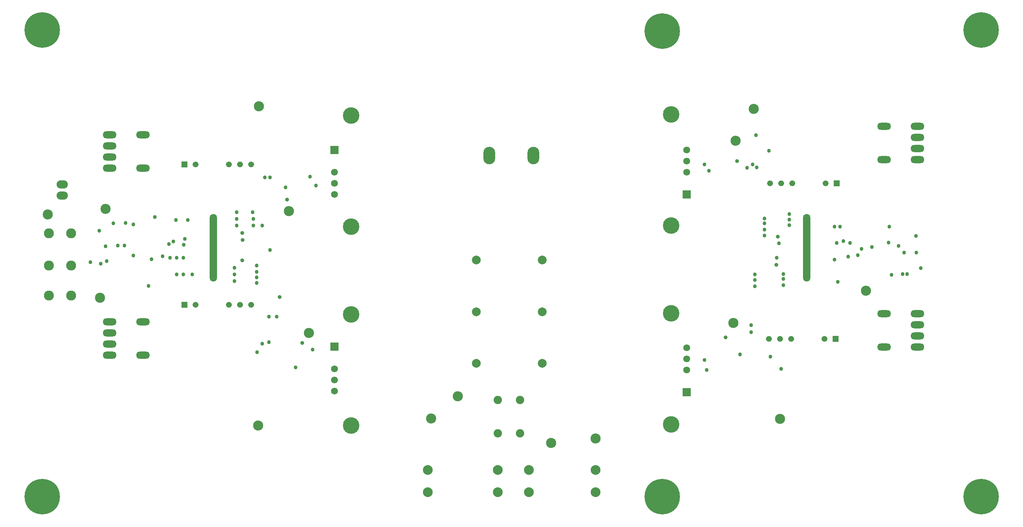
<source format=gbs>
G04*
G04 #@! TF.GenerationSoftware,Altium Limited,Altium Designer,21.1.1 (26)*
G04*
G04 Layer_Color=16711935*
%FSLAX25Y25*%
%MOIN*%
G70*
G04*
G04 #@! TF.SameCoordinates,3677F01D-BDC3-49B7-9324-C1A4C2B8551F*
G04*
G04*
G04 #@! TF.FilePolarity,Negative*
G04*
G01*
G75*
%ADD54O,0.12394X0.06394*%
%ADD57C,0.09094*%
%ADD58C,0.31890*%
%ADD59C,0.14905*%
%ADD60C,0.08957*%
%ADD61C,0.07480*%
%ADD62O,0.10630X0.15748*%
%ADD63C,0.07874*%
%ADD64C,0.05236*%
%ADD65R,0.05236X0.05236*%
%ADD66C,0.08839*%
%ADD67O,0.10236X0.07284*%
%ADD68O,0.06500X0.61000*%
%ADD69C,0.03394*%
%ADD70C,0.03594*%
%ADD87C,0.06200*%
%ADD88R,0.07200X0.07200*%
D54*
X110800Y184800D02*
D03*
Y154800D02*
D03*
X80800D02*
D03*
Y164800D02*
D03*
Y174800D02*
D03*
Y184800D02*
D03*
Y353200D02*
D03*
Y343200D02*
D03*
Y333200D02*
D03*
Y323200D02*
D03*
X110800D02*
D03*
Y353200D02*
D03*
X777900Y330774D02*
D03*
Y360774D02*
D03*
X807900D02*
D03*
Y350774D02*
D03*
Y340774D02*
D03*
Y330774D02*
D03*
X777700Y162374D02*
D03*
Y192374D02*
D03*
X807700D02*
D03*
Y182374D02*
D03*
Y172374D02*
D03*
Y162374D02*
D03*
D57*
X518000Y80000D02*
D03*
X394000Y118000D02*
D03*
X370000Y98000D02*
D03*
X478000Y76000D02*
D03*
X642000Y184000D02*
D03*
X644000Y348000D02*
D03*
X242000Y284500D02*
D03*
X260000Y175000D02*
D03*
X25000Y281500D02*
D03*
X761500Y212800D02*
D03*
X72000Y206500D02*
D03*
X77000Y286500D02*
D03*
X215000Y379000D02*
D03*
X684000Y97500D02*
D03*
X214500Y91500D02*
D03*
X660500Y376500D02*
D03*
D58*
X865000Y447500D02*
D03*
X578000Y27500D02*
D03*
Y446500D02*
D03*
X865000Y27500D02*
D03*
X20000Y447500D02*
D03*
Y27500D02*
D03*
D59*
X298000Y91500D02*
D03*
Y191500D02*
D03*
Y270500D02*
D03*
Y370500D02*
D03*
X586000Y271500D02*
D03*
Y371500D02*
D03*
Y192500D02*
D03*
Y92500D02*
D03*
D60*
X26000Y208500D02*
D03*
X46000D02*
D03*
X26000Y235500D02*
D03*
X46000D02*
D03*
X26000Y264500D02*
D03*
X46000D02*
D03*
D61*
X450000Y84500D02*
D03*
X430000D02*
D03*
Y114500D02*
D03*
X450000D02*
D03*
D62*
X462000Y334500D02*
D03*
X422630D02*
D03*
D63*
X410945Y240500D02*
D03*
X470000D02*
D03*
X410945Y147500D02*
D03*
X470000D02*
D03*
X410945Y194000D02*
D03*
X470000D02*
D03*
D64*
X695000Y309658D02*
D03*
X675000D02*
D03*
X685000D02*
D03*
X725000D02*
D03*
X694000Y169500D02*
D03*
X674000D02*
D03*
X684000D02*
D03*
X724000D02*
D03*
X158000Y326500D02*
D03*
Y200342D02*
D03*
X198000Y326500D02*
D03*
X208000D02*
D03*
X188000D02*
D03*
X198000Y200342D02*
D03*
X208000D02*
D03*
X188000D02*
D03*
D65*
X735000Y309658D02*
D03*
X734000Y169500D02*
D03*
X148000Y326500D02*
D03*
Y200342D02*
D03*
D66*
X518000Y51500D02*
D03*
Y31500D02*
D03*
X367000Y51500D02*
D03*
Y31500D02*
D03*
X458000Y51500D02*
D03*
Y31500D02*
D03*
X430000Y51500D02*
D03*
Y31500D02*
D03*
D67*
X38000Y298500D02*
D03*
Y308500D02*
D03*
D68*
X708000Y251500D02*
D03*
X174000D02*
D03*
D69*
X95000Y274000D02*
D03*
X102000Y272500D02*
D03*
X84000Y273500D02*
D03*
X121300Y279400D02*
D03*
X63400Y238500D02*
D03*
X782600Y270500D02*
D03*
X795900Y247200D02*
D03*
X766900Y252400D02*
D03*
X790800Y253400D02*
D03*
X781800Y256400D02*
D03*
X115700Y217200D02*
D03*
X148400Y259700D02*
D03*
X147500Y254400D02*
D03*
X263500Y160000D02*
D03*
X213000Y220000D02*
D03*
Y225000D02*
D03*
Y230000D02*
D03*
Y235500D02*
D03*
X754000Y245000D02*
D03*
X745500Y243500D02*
D03*
X193000Y221500D02*
D03*
Y227500D02*
D03*
X663000Y324000D02*
D03*
X784300Y227400D02*
D03*
X741000Y257445D02*
D03*
X733000Y241000D02*
D03*
X738000Y270500D02*
D03*
X733000D02*
D03*
X757500Y250500D02*
D03*
X736000Y221000D02*
D03*
X747000Y256000D02*
D03*
X735000D02*
D03*
X661500Y217000D02*
D03*
Y222500D02*
D03*
Y227500D02*
D03*
X687000Y228000D02*
D03*
Y218000D02*
D03*
Y223500D02*
D03*
X681000Y242500D02*
D03*
X658000Y182000D02*
D03*
X618000Y141500D02*
D03*
X616000Y150500D02*
D03*
X685000Y142500D02*
D03*
X675500Y153500D02*
D03*
X648000Y155500D02*
D03*
X658000Y175500D02*
D03*
X670000Y262500D02*
D03*
Y268000D02*
D03*
X620000Y321000D02*
D03*
X692500Y282000D02*
D03*
Y277000D02*
D03*
X683000Y255500D02*
D03*
X670000Y273500D02*
D03*
Y278000D02*
D03*
X692500Y272000D02*
D03*
X616000Y326500D02*
D03*
X654500Y323500D02*
D03*
X659500Y326500D02*
D03*
X674000Y339000D02*
D03*
X662500Y353000D02*
D03*
X248000Y144000D02*
D03*
X225000Y249500D02*
D03*
X193000Y233500D02*
D03*
X224000Y166500D02*
D03*
Y189500D02*
D03*
X231000D02*
D03*
X218209Y165250D02*
D03*
X213500Y157500D02*
D03*
X266500Y307500D02*
D03*
X261000Y315500D02*
D03*
X239000Y306000D02*
D03*
X225000Y315000D02*
D03*
X220500D02*
D03*
X195000Y271500D02*
D03*
Y277500D02*
D03*
Y283500D02*
D03*
X218000Y271500D02*
D03*
X210000D02*
D03*
Y277500D02*
D03*
X209500Y283500D02*
D03*
X118309Y241320D02*
D03*
X147000Y227500D02*
D03*
X141000D02*
D03*
X134000Y255000D02*
D03*
X155000Y227500D02*
D03*
X94000Y253500D02*
D03*
X135000Y242500D02*
D03*
X102000Y244500D02*
D03*
X140500Y276500D02*
D03*
X151000D02*
D03*
X138000Y257343D02*
D03*
X147000Y242500D02*
D03*
X141000D02*
D03*
X128500Y244000D02*
D03*
X88000Y253500D02*
D03*
X798300Y227900D02*
D03*
X794300D02*
D03*
X810800Y233400D02*
D03*
X806800Y247400D02*
D03*
X806300Y262400D02*
D03*
X78000Y239500D02*
D03*
X77000Y253000D02*
D03*
X72700Y237100D02*
D03*
X71500Y267000D02*
D03*
D70*
X233900Y207300D02*
D03*
X200100Y265000D02*
D03*
X200000Y240200D02*
D03*
X200500Y258500D02*
D03*
X680794Y236294D02*
D03*
X635000Y171000D02*
D03*
X645500Y329500D02*
D03*
X682000Y261500D02*
D03*
X254000Y166000D02*
D03*
X240500Y295000D02*
D03*
D87*
X600000Y329500D02*
D03*
Y339500D02*
D03*
Y319500D02*
D03*
Y151500D02*
D03*
Y161500D02*
D03*
Y141500D02*
D03*
X283000Y319500D02*
D03*
Y299500D02*
D03*
Y309500D02*
D03*
Y142500D02*
D03*
Y122500D02*
D03*
Y132500D02*
D03*
D88*
X600000Y299500D02*
D03*
Y121500D02*
D03*
X283000Y339500D02*
D03*
Y162500D02*
D03*
M02*

</source>
